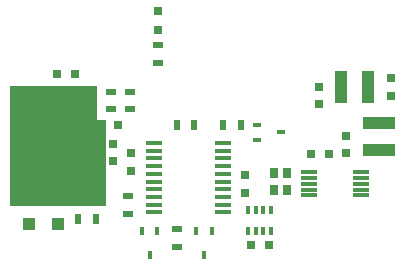
<source format=gbr>
%TF.GenerationSoftware,KiCad,Pcbnew,(5.99.0-2195-g476558ece)*%
%TF.CreationDate,2022-04-08T17:31:12-07:00*%
%TF.ProjectId,wwu_pico1,7777755f-7069-4636-9f31-2e6b69636164,rev?*%
%TF.SameCoordinates,Original*%
%TF.FileFunction,Paste,Top*%
%TF.FilePolarity,Positive*%
%FSLAX46Y46*%
G04 Gerber Fmt 4.6, Leading zero omitted, Abs format (unit mm)*
G04 Created by KiCad (PCBNEW (5.99.0-2195-g476558ece)) date 2022-04-08 17:31:12*
%MOMM*%
%LPD*%
G01*
G04 APERTURE LIST*
%ADD10C,0.100000*%
%ADD11R,0.800000X0.900000*%
%ADD12R,0.400000X0.650000*%
%ADD13R,1.400000X0.300000*%
%ADD14C,0.250000*%
%ADD15R,1.450000X0.450000*%
%ADD16R,0.650000X1.060000*%
%ADD17R,0.500000X0.900000*%
%ADD18R,0.900000X0.500000*%
%ADD19R,0.700000X0.450000*%
%ADD20R,0.450000X0.700000*%
%ADD21R,1.000000X2.750000*%
%ADD22R,2.750000X1.000000*%
%ADD23R,1.000000X1.000000*%
%ADD24R,0.800000X0.800000*%
%ADD25R,0.750000X0.800000*%
%ADD26R,0.800000X0.750000*%
G04 APERTURE END LIST*
D10*
G36*
X126400000Y-76000000D02*
G01*
X127100000Y-76000000D01*
X127100000Y-83200000D01*
X119100000Y-83200000D01*
X119100000Y-73100000D01*
X126400000Y-73100000D01*
X126400000Y-76000000D01*
G37*
X126400000Y-76000000D02*
X127100000Y-76000000D01*
X127100000Y-83200000D01*
X119100000Y-83200000D01*
X119100000Y-73100000D01*
X126400000Y-73100000D01*
X126400000Y-76000000D01*
D11*
%TO.C,Y1*%
X141400000Y-80500000D03*
X141400000Y-81900000D03*
X142500000Y-81900000D03*
X142500000Y-80500000D03*
%TD*%
D12*
%TO.C,U5*%
X139225000Y-85375000D03*
X139875000Y-85375000D03*
X140525000Y-85375000D03*
X141175000Y-85375000D03*
X141175000Y-83625000D03*
X140525000Y-83625000D03*
X139875000Y-83625000D03*
X139225000Y-83625000D03*
%TD*%
D13*
%TO.C,U4*%
X148800000Y-80400000D03*
X148800000Y-80900000D03*
X148800000Y-81400000D03*
X148800000Y-81900000D03*
X148800000Y-82400000D03*
X144400000Y-82400000D03*
X144400000Y-81900000D03*
X144400000Y-81400000D03*
X144400000Y-80900000D03*
X144400000Y-80400000D03*
%TD*%
D14*
%TO.C,U3*%
X123300000Y-77895000D03*
X124300000Y-77895000D03*
X124300000Y-78305000D03*
X123300000Y-78305000D03*
%TD*%
D15*
%TO.C,U2*%
X131230000Y-77965000D03*
X131230000Y-78615000D03*
X131230000Y-79265000D03*
X131230000Y-79915000D03*
X131230000Y-80565000D03*
X131230000Y-81215000D03*
X131230000Y-81865000D03*
X131230000Y-82515000D03*
X131230000Y-83165000D03*
X131230000Y-83815000D03*
X137130000Y-83815000D03*
X137130000Y-83165000D03*
X137130000Y-82515000D03*
X137130000Y-81865000D03*
X137130000Y-81215000D03*
X137130000Y-80565000D03*
X137130000Y-79915000D03*
X137130000Y-79265000D03*
X137130000Y-78615000D03*
X137130000Y-77965000D03*
%TD*%
D16*
%TO.C,U1*%
X124400000Y-73700000D03*
X123450000Y-73700000D03*
X122500000Y-73700000D03*
X122500000Y-75900000D03*
X124400000Y-75900000D03*
%TD*%
D17*
%TO.C,R7*%
X138650000Y-76400000D03*
X137150000Y-76400000D03*
%TD*%
D18*
%TO.C,R6*%
X129200000Y-73600000D03*
X129200000Y-75100000D03*
%TD*%
%TO.C,R5*%
X127600000Y-75100000D03*
X127600000Y-73600000D03*
%TD*%
D17*
%TO.C,R4*%
X124850000Y-84400000D03*
X126350000Y-84400000D03*
%TD*%
D18*
%TO.C,R3*%
X129100000Y-83950000D03*
X129100000Y-82450000D03*
%TD*%
%TO.C,R2*%
X133200000Y-86750000D03*
X133200000Y-85250000D03*
%TD*%
%TO.C,R1*%
X131600000Y-69650000D03*
X131600000Y-71150000D03*
%TD*%
D19*
%TO.C,Q4*%
X140000000Y-76400000D03*
X140000000Y-77700000D03*
X142000000Y-77050000D03*
%TD*%
D20*
%TO.C,Q3*%
X126250000Y-80800000D03*
X124950000Y-80800000D03*
X125600000Y-82800000D03*
%TD*%
%TO.C,Q2*%
X131550000Y-85400000D03*
X130250000Y-85400000D03*
X130900000Y-87400000D03*
%TD*%
%TO.C,Q1*%
X136150000Y-85400000D03*
X134850000Y-85400000D03*
X135500000Y-87400000D03*
%TD*%
D21*
%TO.C,L2*%
X149425000Y-73175000D03*
X147125000Y-73175000D03*
%TD*%
D22*
%TO.C,L1*%
X150325000Y-78575000D03*
X150325000Y-76275000D03*
%TD*%
D17*
%TO.C,FB1*%
X133200000Y-76400000D03*
X134700000Y-76400000D03*
%TD*%
D23*
%TO.C,D4*%
X120650000Y-84800000D03*
X123150000Y-84800000D03*
%TD*%
%TO.C,D3*%
X120650000Y-82700000D03*
X123150000Y-82700000D03*
%TD*%
%TO.C,D2*%
X120650000Y-80600000D03*
X123150000Y-80600000D03*
%TD*%
D24*
%TO.C,D1*%
X131600000Y-66800000D03*
X131600000Y-68400000D03*
%TD*%
D25*
%TO.C,C12*%
X145225000Y-73175000D03*
X145225000Y-74675000D03*
%TD*%
%TO.C,C11*%
X151325000Y-73975000D03*
X151325000Y-72475000D03*
%TD*%
%TO.C,C10*%
X147525000Y-77325000D03*
X147525000Y-78825000D03*
%TD*%
D26*
%TO.C,C9*%
X139500000Y-86600000D03*
X141000000Y-86600000D03*
%TD*%
%TO.C,C8*%
X144575000Y-78875000D03*
X146075000Y-78875000D03*
%TD*%
D25*
%TO.C,C7*%
X129300000Y-80300000D03*
X129300000Y-78800000D03*
%TD*%
%TO.C,C6*%
X139000000Y-80650000D03*
X139000000Y-82150000D03*
%TD*%
D26*
%TO.C,C5*%
X128200000Y-76400000D03*
X126700000Y-76400000D03*
%TD*%
D25*
%TO.C,C3*%
X126000000Y-74950000D03*
X126000000Y-73450000D03*
%TD*%
%TO.C,C2*%
X127800000Y-79500000D03*
X127800000Y-78000000D03*
%TD*%
D26*
%TO.C,C1*%
X124600000Y-72100000D03*
X123100000Y-72100000D03*
%TD*%
M02*

</source>
